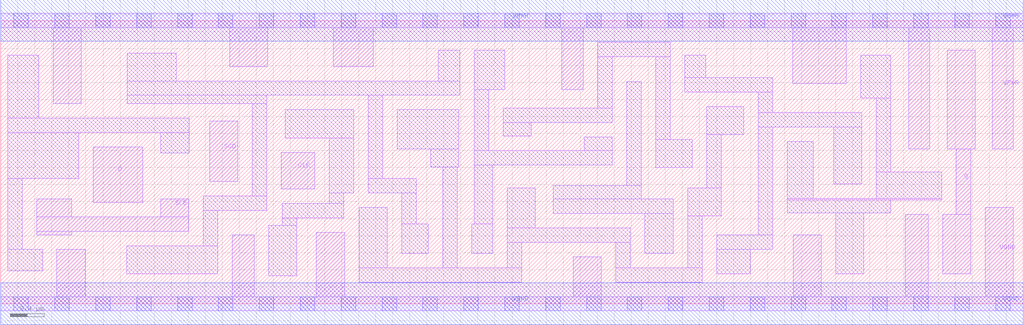
<source format=lef>
# Copyright 2020 The SkyWater PDK Authors
#
# Licensed under the Apache License, Version 2.0 (the "License");
# you may not use this file except in compliance with the License.
# You may obtain a copy of the License at
#
#     https://www.apache.org/licenses/LICENSE-2.0
#
# Unless required by applicable law or agreed to in writing, software
# distributed under the License is distributed on an "AS IS" BASIS,
# WITHOUT WARRANTIES OR CONDITIONS OF ANY KIND, either express or implied.
# See the License for the specific language governing permissions and
# limitations under the License.
#
# SPDX-License-Identifier: Apache-2.0

VERSION 5.7 ;
  NAMESCASESENSITIVE ON ;
  NOWIREEXTENSIONATPIN ON ;
  DIVIDERCHAR "/" ;
  BUSBITCHARS "[]" ;
UNITS
  DATABASE MICRONS 200 ;
END UNITS
MACRO sky130_fd_sc_ls__sdfxtp_2
  CLASS CORE ;
  SOURCE USER ;
  FOREIGN sky130_fd_sc_ls__sdfxtp_2 ;
  ORIGIN  0.000000  0.000000 ;
  SIZE  12.00000 BY  3.330000 ;
  SYMMETRY X Y ;
  SITE unit ;
  PIN D
    ANTENNAGATEAREA  0.159000 ;
    DIRECTION INPUT ;
    USE SIGNAL ;
    PORT
      LAYER li1 ;
        RECT 1.085000 1.190000 1.665000 1.845000 ;
    END
  END D
  PIN Q
    ANTENNADIFFAREA  0.576500 ;
    DIRECTION OUTPUT ;
    USE SIGNAL ;
    PORT
      LAYER li1 ;
        RECT 11.055000 0.350000 11.385000 1.050000 ;
        RECT 11.105000 1.820000 11.435000 2.980000 ;
        RECT 11.215000 1.050000 11.385000 1.820000 ;
    END
  END Q
  PIN SCD
    ANTENNAGATEAREA  0.159000 ;
    DIRECTION INPUT ;
    USE SIGNAL ;
    PORT
      LAYER li1 ;
        RECT 2.450000 1.435000 2.780000 2.150000 ;
    END
  END SCD
  PIN SCE
    ANTENNAGATEAREA  0.318000 ;
    DIRECTION INPUT ;
    USE SIGNAL ;
    PORT
      LAYER li1 ;
        RECT 0.425000 0.810000 0.835000 0.850000 ;
        RECT 0.425000 0.850000 2.205000 1.020000 ;
        RECT 0.425000 1.020000 0.835000 1.230000 ;
        RECT 1.875000 1.020000 2.205000 1.230000 ;
    END
  END SCE
  PIN CLK
    ANTENNAGATEAREA  0.279000 ;
    DIRECTION INPUT ;
    USE CLOCK ;
    PORT
      LAYER li1 ;
        RECT 3.290000 1.350000 3.685000 1.780000 ;
    END
  END CLK
  PIN VGND
    DIRECTION INOUT ;
    SHAPE ABUTMENT ;
    USE GROUND ;
    PORT
      LAYER li1 ;
        RECT  0.000000 -0.085000 12.000000 0.085000 ;
        RECT  0.660000  0.085000  0.990000 0.640000 ;
        RECT  2.715000  0.085000  2.975000 0.810000 ;
        RECT  3.705000  0.085000  4.035000 0.840000 ;
        RECT  6.720000  0.085000  7.050000 0.550000 ;
        RECT  9.300000  0.085000  9.630000 0.810000 ;
        RECT 10.615000  0.085000 10.885000 1.050000 ;
        RECT 11.555000  0.085000 11.885000 1.130000 ;
      LAYER mcon ;
        RECT  0.155000 -0.085000  0.325000 0.085000 ;
        RECT  0.635000 -0.085000  0.805000 0.085000 ;
        RECT  1.115000 -0.085000  1.285000 0.085000 ;
        RECT  1.595000 -0.085000  1.765000 0.085000 ;
        RECT  2.075000 -0.085000  2.245000 0.085000 ;
        RECT  2.555000 -0.085000  2.725000 0.085000 ;
        RECT  3.035000 -0.085000  3.205000 0.085000 ;
        RECT  3.515000 -0.085000  3.685000 0.085000 ;
        RECT  3.995000 -0.085000  4.165000 0.085000 ;
        RECT  4.475000 -0.085000  4.645000 0.085000 ;
        RECT  4.955000 -0.085000  5.125000 0.085000 ;
        RECT  5.435000 -0.085000  5.605000 0.085000 ;
        RECT  5.915000 -0.085000  6.085000 0.085000 ;
        RECT  6.395000 -0.085000  6.565000 0.085000 ;
        RECT  6.875000 -0.085000  7.045000 0.085000 ;
        RECT  7.355000 -0.085000  7.525000 0.085000 ;
        RECT  7.835000 -0.085000  8.005000 0.085000 ;
        RECT  8.315000 -0.085000  8.485000 0.085000 ;
        RECT  8.795000 -0.085000  8.965000 0.085000 ;
        RECT  9.275000 -0.085000  9.445000 0.085000 ;
        RECT  9.755000 -0.085000  9.925000 0.085000 ;
        RECT 10.235000 -0.085000 10.405000 0.085000 ;
        RECT 10.715000 -0.085000 10.885000 0.085000 ;
        RECT 11.195000 -0.085000 11.365000 0.085000 ;
        RECT 11.675000 -0.085000 11.845000 0.085000 ;
      LAYER met1 ;
        RECT 0.000000 -0.245000 12.000000 0.245000 ;
    END
  END VGND
  PIN VPWR
    DIRECTION INOUT ;
    SHAPE ABUTMENT ;
    USE POWER ;
    PORT
      LAYER li1 ;
        RECT  0.000000 3.245000 12.000000 3.415000 ;
        RECT  0.615000 2.355000  0.945000 3.245000 ;
        RECT  2.685000 2.790000  3.135000 3.245000 ;
        RECT  3.900000 2.790000  4.370000 3.245000 ;
        RECT  6.585000 2.520000  6.835000 3.245000 ;
        RECT  9.295000 2.590000  9.925000 3.245000 ;
        RECT 10.655000 1.820000 10.905000 3.245000 ;
        RECT 11.635000 1.820000 11.885000 3.245000 ;
      LAYER mcon ;
        RECT  0.155000 3.245000  0.325000 3.415000 ;
        RECT  0.635000 3.245000  0.805000 3.415000 ;
        RECT  1.115000 3.245000  1.285000 3.415000 ;
        RECT  1.595000 3.245000  1.765000 3.415000 ;
        RECT  2.075000 3.245000  2.245000 3.415000 ;
        RECT  2.555000 3.245000  2.725000 3.415000 ;
        RECT  3.035000 3.245000  3.205000 3.415000 ;
        RECT  3.515000 3.245000  3.685000 3.415000 ;
        RECT  3.995000 3.245000  4.165000 3.415000 ;
        RECT  4.475000 3.245000  4.645000 3.415000 ;
        RECT  4.955000 3.245000  5.125000 3.415000 ;
        RECT  5.435000 3.245000  5.605000 3.415000 ;
        RECT  5.915000 3.245000  6.085000 3.415000 ;
        RECT  6.395000 3.245000  6.565000 3.415000 ;
        RECT  6.875000 3.245000  7.045000 3.415000 ;
        RECT  7.355000 3.245000  7.525000 3.415000 ;
        RECT  7.835000 3.245000  8.005000 3.415000 ;
        RECT  8.315000 3.245000  8.485000 3.415000 ;
        RECT  8.795000 3.245000  8.965000 3.415000 ;
        RECT  9.275000 3.245000  9.445000 3.415000 ;
        RECT  9.755000 3.245000  9.925000 3.415000 ;
        RECT 10.235000 3.245000 10.405000 3.415000 ;
        RECT 10.715000 3.245000 10.885000 3.415000 ;
        RECT 11.195000 3.245000 11.365000 3.415000 ;
        RECT 11.675000 3.245000 11.845000 3.415000 ;
      LAYER met1 ;
        RECT 0.000000 3.085000 12.000000 3.575000 ;
    END
  END VPWR
  OBS
    LAYER li1 ;
      RECT  0.085000 0.390000  0.490000 0.640000 ;
      RECT  0.085000 0.640000  0.255000 1.470000 ;
      RECT  0.085000 1.470000  0.915000 2.015000 ;
      RECT  0.085000 2.015000  2.210000 2.185000 ;
      RECT  0.085000 2.185000  0.445000 2.925000 ;
      RECT  1.480000 0.350000  2.545000 0.680000 ;
      RECT  1.485000 2.355000  3.120000 2.450000 ;
      RECT  1.485000 2.450000  5.385000 2.620000 ;
      RECT  1.485000 2.620000  2.060000 2.945000 ;
      RECT  1.880000 1.775000  2.210000 2.015000 ;
      RECT  2.375000 0.680000  2.545000 1.095000 ;
      RECT  2.375000 1.095000  3.120000 1.265000 ;
      RECT  2.950000 1.265000  3.120000 2.355000 ;
      RECT  3.145000 0.330000  3.475000 0.920000 ;
      RECT  3.305000 0.920000  3.475000 1.010000 ;
      RECT  3.305000 1.010000  4.025000 1.180000 ;
      RECT  3.340000 1.950000  4.145000 2.280000 ;
      RECT  3.855000 1.180000  4.025000 1.300000 ;
      RECT  3.855000 1.300000  4.145000 1.950000 ;
      RECT  4.205000 0.255000  6.115000 0.425000 ;
      RECT  4.205000 0.425000  4.535000 1.130000 ;
      RECT  4.315000 1.300000  4.875000 1.470000 ;
      RECT  4.315000 1.470000  4.485000 2.450000 ;
      RECT  4.655000 1.820000  5.375000 2.280000 ;
      RECT  4.705000 0.595000  5.015000 0.940000 ;
      RECT  4.705000 0.940000  4.875000 1.300000 ;
      RECT  5.045000 1.610000  5.375000 1.820000 ;
      RECT  5.135000 2.620000  5.385000 2.980000 ;
      RECT  5.185000 0.425000  5.355000 1.610000 ;
      RECT  5.525000 0.595000  5.775000 0.940000 ;
      RECT  5.555000 0.940000  5.775000 1.630000 ;
      RECT  5.555000 1.630000  7.175000 1.800000 ;
      RECT  5.555000 1.800000  5.725000 2.520000 ;
      RECT  5.555000 2.520000  5.915000 2.980000 ;
      RECT  5.895000 1.970000  6.225000 2.130000 ;
      RECT  5.895000 2.130000  7.175000 2.300000 ;
      RECT  5.945000 0.425000  6.115000 0.720000 ;
      RECT  5.945000 0.720000  7.390000 0.890000 ;
      RECT  5.945000 0.890000  6.275000 1.360000 ;
      RECT  6.485000 1.060000  7.890000 1.230000 ;
      RECT  6.485000 1.230000  7.515000 1.390000 ;
      RECT  6.845000 1.800000  7.175000 1.960000 ;
      RECT  7.005000 2.300000  7.175000 2.905000 ;
      RECT  7.005000 2.905000  7.855000 3.075000 ;
      RECT  7.220000 0.255000  8.230000 0.425000 ;
      RECT  7.220000 0.425000  7.390000 0.720000 ;
      RECT  7.345000 1.390000  7.515000 2.610000 ;
      RECT  7.560000 0.595000  7.890000 1.060000 ;
      RECT  7.685000 1.600000  8.115000 1.930000 ;
      RECT  7.685000 1.930000  7.855000 2.905000 ;
      RECT  8.025000 2.490000  9.060000 2.660000 ;
      RECT  8.025000 2.660000  8.275000 2.920000 ;
      RECT  8.060000 0.425000  8.230000 1.030000 ;
      RECT  8.060000 1.030000  8.455000 1.360000 ;
      RECT  8.285000 1.360000  8.455000 1.990000 ;
      RECT  8.285000 1.990000  8.720000 2.320000 ;
      RECT  8.400000 0.350000  8.795000 0.640000 ;
      RECT  8.400000 0.640000  9.060000 0.810000 ;
      RECT  8.890000 0.810000  9.060000 2.075000 ;
      RECT  8.890000 2.075000 10.105000 2.245000 ;
      RECT  8.890000 2.245000  9.060000 2.490000 ;
      RECT  9.230000 1.070000 10.445000 1.220000 ;
      RECT  9.230000 1.220000 11.045000 1.240000 ;
      RECT  9.230000 1.240000  9.535000 1.905000 ;
      RECT  9.775000 1.410000 10.105000 2.075000 ;
      RECT  9.800000 0.350000 10.130000 1.070000 ;
      RECT 10.095000 2.415000 10.445000 2.920000 ;
      RECT 10.275000 1.240000 11.045000 1.550000 ;
      RECT 10.275000 1.550000 10.445000 2.415000 ;
  END
END sky130_fd_sc_ls__sdfxtp_2

</source>
